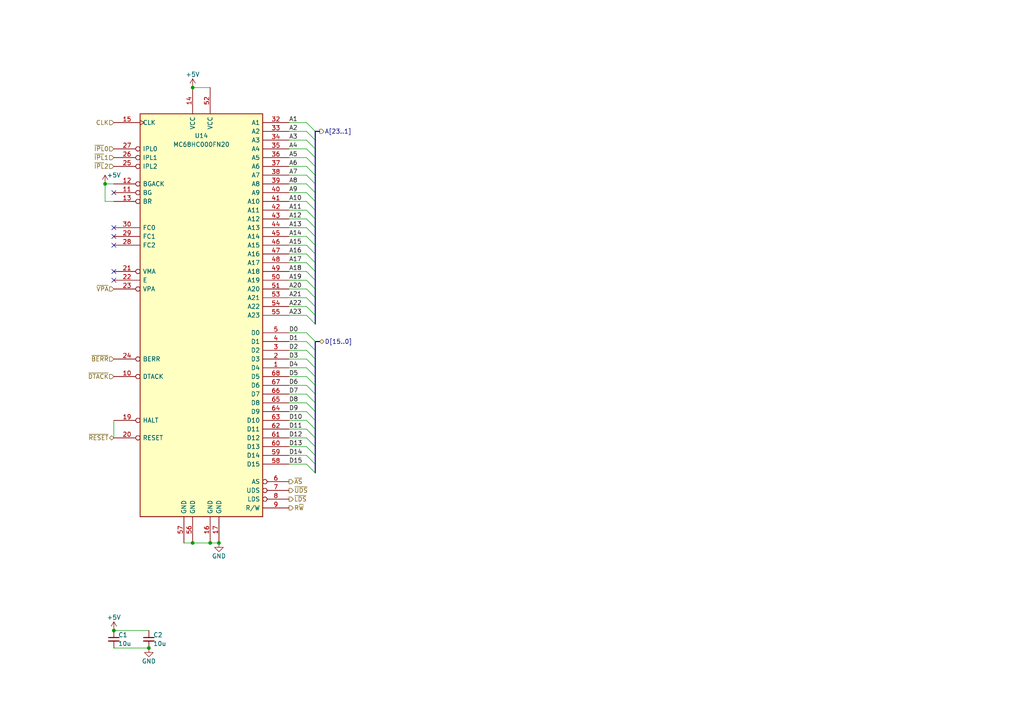
<source format=kicad_sch>
(kicad_sch (version 20211123) (generator eeschema)
  (paper "A4")
  (lib_symbols
    (symbol "CPU_NXP_68000:MC68000FN" (pin_names (offset 0.762))
      (property "Reference" "U" (at -16.51 59.69 0))
      (property "Value" "MC68000FN" (at 12.7 -59.69 0))
      (symbol "MC68000FN_0_1"
        (rectangle (start -17.78 58.42) (end 17.78 -58.42) (stroke (width 0.254)) (fill (type background)))
      )
      (symbol "MC68000FN_1_1"
        (pin bidirectional line (at 25.4 -15.24 180) (length 7.62) (name "D4") (number "1"))
        (pin input inverted (at -25.4 -17.78 0) (length 7.62) (name "DTACK") (number "10"))
        (pin output inverted (at -25.4 35.56 0) (length 7.62) (name "BG") (number "11"))
        (pin input inverted (at -25.4 38.1 0) (length 7.62) (name "BGACK") (number "12"))
        (pin input inverted (at -25.4 33.02 0) (length 7.62) (name "BR") (number "13"))
        (pin power_in line (at -2.54 66.04 270) (length 7.62) (name "VCC") (number "14"))
        (pin input clock (at -25.4 55.88 0) (length 7.62) (name "CLK") (number "15"))
        (pin power_in line (at 2.54 -66.04 90) (length 7.62) (name "GND") (number "16"))
        (pin power_in line (at 5.08 -66.04 90) (length 7.62) (name "GND") (number "17"))
        (pin no_connect line (at -17.78 -45.72 0) (length 0) hide (name "NC") (number "18"))
        (pin bidirectional inverted (at -25.4 -30.48 0) (length 7.62) (name "HALT") (number "19"))
        (pin bidirectional line (at 25.4 -12.7 180) (length 7.62) (name "D3") (number "2"))
        (pin input inverted (at -25.4 -35.56 0) (length 7.62) (name "RESET") (number "20"))
        (pin output inverted (at -25.4 12.7 0) (length 7.62) (name "VMA") (number "21"))
        (pin output line (at -25.4 10.16 0) (length 7.62) (name "E") (number "22"))
        (pin input inverted (at -25.4 7.62 0) (length 7.62) (name "VPA") (number "23"))
        (pin input inverted (at -25.4 -12.7 0) (length 7.62) (name "BERR") (number "24"))
        (pin input inverted (at -25.4 43.18 0) (length 7.62) (name "IPL2") (number "25"))
        (pin input inverted (at -25.4 45.72 0) (length 7.62) (name "IPL1") (number "26"))
        (pin input inverted (at -25.4 48.26 0) (length 7.62) (name "IPL0") (number "27"))
        (pin output line (at -25.4 20.32 0) (length 7.62) (name "FC2") (number "28"))
        (pin output line (at -25.4 22.86 0) (length 7.62) (name "FC1") (number "29"))
        (pin bidirectional line (at 25.4 -10.16 180) (length 7.62) (name "D2") (number "3"))
        (pin output line (at -25.4 25.4 0) (length 7.62) (name "FC0") (number "30"))
        (pin no_connect line (at -17.78 -48.26 0) (length 0) hide (name "NC") (number "31"))
        (pin output line (at 25.4 55.88 180) (length 7.62) (name "A1") (number "32"))
        (pin output line (at 25.4 53.34 180) (length 7.62) (name "A2") (number "33"))
        (pin output line (at 25.4 50.8 180) (length 7.62) (name "A3") (number "34"))
        (pin output line (at 25.4 48.26 180) (length 7.62) (name "A4") (number "35"))
        (pin output line (at 25.4 45.72 180) (length 7.62) (name "A5") (number "36"))
        (pin output line (at 25.4 43.18 180) (length 7.62) (name "A6") (number "37"))
        (pin output line (at 25.4 40.64 180) (length 7.62) (name "A7") (number "38"))
        (pin output line (at 25.4 38.1 180) (length 7.62) (name "A8") (number "39"))
        (pin bidirectional line (at 25.4 -7.62 180) (length 7.62) (name "D1") (number "4"))
        (pin output line (at 25.4 35.56 180) (length 7.62) (name "A9") (number "40"))
        (pin output line (at 25.4 33.02 180) (length 7.62) (name "A10") (number "41"))
        (pin output line (at 25.4 30.48 180) (length 7.62) (name "A11") (number "42"))
        (pin output line (at 25.4 27.94 180) (length 7.62) (name "A12") (number "43"))
        (pin output line (at 25.4 25.4 180) (length 7.62) (name "A13") (number "44"))
        (pin output line (at 25.4 22.86 180) (length 7.62) (name "A14") (number "45"))
        (pin output line (at 25.4 20.32 180) (length 7.62) (name "A15") (number "46"))
        (pin output line (at 25.4 17.78 180) (length 7.62) (name "A16") (number "47"))
        (pin output line (at 25.4 15.24 180) (length 7.62) (name "A17") (number "48"))
        (pin output line (at 25.4 12.7 180) (length 7.62) (name "A18") (number "49"))
        (pin bidirectional line (at 25.4 -5.08 180) (length 7.62) (name "D0") (number "5"))
        (pin output line (at 25.4 10.16 180) (length 7.62) (name "A19") (number "50"))
        (pin output line (at 25.4 7.62 180) (length 7.62) (name "A20") (number "51"))
        (pin power_in line (at 2.54 66.04 270) (length 7.62) (name "VCC") (number "52"))
        (pin output line (at 25.4 5.08 180) (length 7.62) (name "A21") (number "53"))
        (pin output line (at 25.4 2.54 180) (length 7.62) (name "A22") (number "54"))
        (pin output line (at 25.4 0 180) (length 7.62) (name "A23") (number "55"))
        (pin power_in line (at -2.54 -66.04 90) (length 7.62) (name "GND") (number "56"))
        (pin power_in line (at -5.08 -66.04 90) (length 7.62) (name "GND") (number "57"))
        (pin bidirectional line (at 25.4 -43.18 180) (length 7.62) (name "D15") (number "58"))
        (pin bidirectional line (at 25.4 -40.64 180) (length 7.62) (name "D14") (number "59"))
        (pin output inverted (at 25.4 -48.26 180) (length 7.62) (name "AS") (number "6"))
        (pin bidirectional line (at 25.4 -38.1 180) (length 7.62) (name "D13") (number "60"))
        (pin bidirectional line (at 25.4 -35.56 180) (length 7.62) (name "D12") (number "61"))
        (pin bidirectional line (at 25.4 -33.02 180) (length 7.62) (name "D11") (number "62"))
        (pin bidirectional line (at 25.4 -30.48 180) (length 7.62) (name "D10") (number "63"))
        (pin bidirectional line (at 25.4 -27.94 180) (length 7.62) (name "D9") (number "64"))
        (pin bidirectional line (at 25.4 -25.4 180) (length 7.62) (name "D8") (number "65"))
        (pin bidirectional line (at 25.4 -22.86 180) (length 7.62) (name "D7") (number "66"))
        (pin bidirectional line (at 25.4 -20.32 180) (length 7.62) (name "D6") (number "67"))
        (pin bidirectional line (at 25.4 -17.78 180) (length 7.62) (name "D5") (number "68"))
        (pin output inverted (at 25.4 -50.8 180) (length 7.62) (name "UDS") (number "7"))
        (pin output inverted (at 25.4 -53.34 180) (length 7.62) (name "LDS") (number "8"))
        (pin output line (at 25.4 -55.88 180) (length 7.62) (name "R/W") (number "9"))
      )
    )
    (symbol "Device:C_Small" (pin_numbers hide) (pin_names (offset 0.254) hide)
      (property "Reference" "C" (at 0.254 1.778 0))
      (property "Value" "C_Small" (at 0.254 -2.032 0))
      (symbol "C_Small_0_1"
        (polyline (pts (xy -1.524 -0.508) (xy 1.524 -0.508)) (stroke (width 0.3302)))
        (polyline (pts (xy -1.524 0.508) (xy 1.524 0.508)) (stroke (width 0.3048)))
      )
      (symbol "C_Small_1_1"
        (pin passive line (at 0 2.54 270) (length 2.032) (name "~") (number "1"))
        (pin passive line (at 0 -2.54 90) (length 2.032) (name "~") (number "2"))
      )
    )
    (symbol "power:+5V" (power) (pin_names (offset 0))
      (property "Value" "+5V" (at 0 3.556 0))
      (symbol "+5V_0_1"
        (polyline (pts (xy -0.762 1.27) (xy 0 2.54)))
        (polyline (pts (xy 0 0) (xy 0 2.54)))
        (polyline (pts (xy 0 2.54) (xy 0.762 1.27)))
      )
      (symbol "+5V_1_1"
        (pin power_in line (at 0 0 90) (length 0) hide (name "+5V") (number "1"))
      )
    )
    (symbol "power:GND" (power) (pin_names (offset 0))
      (property "Value" "GND" (at 0 -3.81 0))
      (symbol "GND_0_1"
        (polyline (pts (xy 0 0) (xy 0 -1.27) (xy 1.27 -1.27) (xy 0 -2.54) (xy -1.27 -1.27) (xy 0 -1.27)))
      )
      (symbol "GND_1_1"
        (pin power_in line (at 0 0 270) (length 0) hide (name "GND") (number "1"))
      )
    )
  )
  (junction (at 43.18 187.96))
  (junction (at 30.48 53.34))
  (junction (at 60.96 157.48))
  (junction (at 33.02 182.88))
  (junction (at 55.88 25.4))
  (junction (at 55.88 157.48))
  (junction (at 63.5 157.48))
  (no_connect (at 33.02 81.28))
  (no_connect (at 33.02 71.12))
  (no_connect (at 33.02 66.04))
  (no_connect (at 33.02 78.74))
  (no_connect (at 33.02 55.88))
  (no_connect (at 33.02 68.58))
  (bus_entry (at 88.9 53.34) (size 2.54 2.54))
  (bus_entry (at 88.9 132.08) (size 2.54 2.54))
  (bus_entry (at 88.9 83.82) (size 2.54 2.54))
  (bus_entry (at 88.9 124.46) (size 2.54 2.54))
  (bus_entry (at 88.9 60.96) (size 2.54 2.54))
  (bus_entry (at 88.9 45.72) (size 2.54 2.54))
  (bus_entry (at 88.9 40.64) (size 2.54 2.54))
  (bus_entry (at 88.9 43.18) (size 2.54 2.54))
  (bus_entry (at 88.9 55.88) (size 2.54 2.54))
  (bus_entry (at 88.9 50.8) (size 2.54 2.54))
  (bus_entry (at 88.9 129.54) (size 2.54 2.54))
  (bus_entry (at 88.9 76.2) (size 2.54 2.54))
  (bus_entry (at 88.9 71.12) (size 2.54 2.54))
  (bus_entry (at 88.9 58.42) (size 2.54 2.54))
  (bus_entry (at 88.9 96.52) (size 2.54 2.54))
  (bus_entry (at 88.9 121.92) (size 2.54 2.54))
  (bus_entry (at 88.9 111.76) (size 2.54 2.54))
  (bus_entry (at 88.9 116.84) (size 2.54 2.54))
  (bus_entry (at 88.9 104.14) (size 2.54 2.54))
  (bus_entry (at 88.9 101.6) (size 2.54 2.54))
  (bus_entry (at 88.9 35.56) (size 2.54 2.54))
  (bus_entry (at 88.9 119.38) (size 2.54 2.54))
  (bus_entry (at 88.9 73.66) (size 2.54 2.54))
  (bus_entry (at 88.9 38.1) (size 2.54 2.54))
  (bus_entry (at 88.9 127) (size 2.54 2.54))
  (bus_entry (at 88.9 91.44) (size 2.54 2.54))
  (bus_entry (at 88.9 48.26) (size 2.54 2.54))
  (bus_entry (at 88.9 88.9) (size 2.54 2.54))
  (bus_entry (at 88.9 86.36) (size 2.54 2.54))
  (bus_entry (at 88.9 99.06) (size 2.54 2.54))
  (bus_entry (at 88.9 109.22) (size 2.54 2.54))
  (bus_entry (at 88.9 78.74) (size 2.54 2.54))
  (bus_entry (at 88.9 114.3) (size 2.54 2.54))
  (bus_entry (at 88.9 106.68) (size 2.54 2.54))
  (bus_entry (at 88.9 68.58) (size 2.54 2.54))
  (bus_entry (at 88.9 81.28) (size 2.54 2.54))
  (bus_entry (at 88.9 134.62) (size 2.54 2.54))
  (bus_entry (at 88.9 63.5) (size 2.54 2.54))
  (bus_entry (at 88.9 66.04) (size 2.54 2.54))
  (bus (pts (xy 91.44 127) (xy 91.44 129.54)))
  (wire (pts (xy 83.82 58.42) (xy 88.9 58.42)))
  (wire (pts (xy 83.82 101.6) (xy 88.9 101.6)))
  (bus (pts (xy 91.44 45.72) (xy 91.44 48.26)))
  (bus (pts (xy 91.44 58.42) (xy 91.44 60.96)))
  (wire (pts (xy 83.82 119.38) (xy 88.9 119.38)))
  (wire (pts (xy 83.82 116.84) (xy 88.9 116.84)))
  (bus (pts (xy 92.71 99.06) (xy 91.44 99.06)))
  (bus (pts (xy 91.44 38.1) (xy 91.44 40.64)))
  (wire (pts (xy 83.82 48.26) (xy 88.9 48.26)))
  (bus (pts (xy 91.44 86.36) (xy 91.44 88.9)))
  (bus (pts (xy 91.44 78.74) (xy 91.44 81.28)))
  (bus (pts (xy 91.44 121.92) (xy 91.44 124.46)))
  (wire (pts (xy 83.82 81.28) (xy 88.9 81.28)))
  (wire (pts (xy 83.82 73.66) (xy 88.9 73.66)))
  (bus (pts (xy 91.44 88.9) (xy 91.44 91.44)))
  (bus (pts (xy 92.71 38.1) (xy 91.44 38.1)))
  (wire (pts (xy 83.82 106.68) (xy 88.9 106.68)))
  (bus (pts (xy 91.44 53.34) (xy 91.44 55.88)))
  (wire (pts (xy 83.82 129.54) (xy 88.9 129.54)))
  (wire (pts (xy 63.5 157.48) (xy 60.96 157.48)))
  (bus (pts (xy 91.44 68.58) (xy 91.44 71.12)))
  (bus (pts (xy 91.44 119.38) (xy 91.44 121.92)))
  (wire (pts (xy 33.02 58.42) (xy 30.48 58.42)))
  (bus (pts (xy 91.44 129.54) (xy 91.44 132.08)))
  (bus (pts (xy 91.44 124.46) (xy 91.44 127)))
  (bus (pts (xy 91.44 111.76) (xy 91.44 114.3)))
  (bus (pts (xy 91.44 114.3) (xy 91.44 116.84)))
  (wire (pts (xy 83.82 38.1) (xy 88.9 38.1)))
  (wire (pts (xy 83.82 88.9) (xy 88.9 88.9)))
  (wire (pts (xy 83.82 121.92) (xy 88.9 121.92)))
  (wire (pts (xy 55.88 157.48) (xy 53.34 157.48)))
  (wire (pts (xy 83.82 63.5) (xy 88.9 63.5)))
  (bus (pts (xy 91.44 43.18) (xy 91.44 45.72)))
  (bus (pts (xy 91.44 76.2) (xy 91.44 78.74)))
  (bus (pts (xy 91.44 104.14) (xy 91.44 106.68)))
  (wire (pts (xy 83.82 111.76) (xy 88.9 111.76)))
  (bus (pts (xy 91.44 50.8) (xy 91.44 53.34)))
  (bus (pts (xy 91.44 40.64) (xy 91.44 43.18)))
  (bus (pts (xy 91.44 106.68) (xy 91.44 109.22)))
  (bus (pts (xy 91.44 63.5) (xy 91.44 66.04)))
  (bus (pts (xy 91.44 55.88) (xy 91.44 58.42)))
  (wire (pts (xy 83.82 66.04) (xy 88.9 66.04)))
  (bus (pts (xy 91.44 91.44) (xy 91.44 93.98)))
  (wire (pts (xy 83.82 68.58) (xy 88.9 68.58)))
  (bus (pts (xy 91.44 83.82) (xy 91.44 86.36)))
  (wire (pts (xy 83.82 86.36) (xy 88.9 86.36)))
  (bus (pts (xy 91.44 99.06) (xy 91.44 101.6)))
  (wire (pts (xy 83.82 104.14) (xy 88.9 104.14)))
  (wire (pts (xy 83.82 76.2) (xy 88.9 76.2)))
  (wire (pts (xy 83.82 60.96) (xy 88.9 60.96)))
  (bus (pts (xy 91.44 134.62) (xy 91.44 137.16)))
  (wire (pts (xy 83.82 53.34) (xy 88.9 53.34)))
  (wire (pts (xy 83.82 127) (xy 88.9 127)))
  (bus (pts (xy 91.44 60.96) (xy 91.44 63.5)))
  (wire (pts (xy 83.82 43.18) (xy 88.9 43.18)))
  (wire (pts (xy 60.96 157.48) (xy 55.88 157.48)))
  (wire (pts (xy 83.82 134.62) (xy 88.9 134.62)))
  (wire (pts (xy 83.82 50.8) (xy 88.9 50.8)))
  (bus (pts (xy 91.44 132.08) (xy 91.44 134.62)))
  (wire (pts (xy 83.82 78.74) (xy 88.9 78.74)))
  (wire (pts (xy 83.82 83.82) (xy 88.9 83.82)))
  (bus (pts (xy 91.44 71.12) (xy 91.44 73.66)))
  (wire (pts (xy 33.02 182.88) (xy 43.18 182.88)))
  (bus (pts (xy 91.44 116.84) (xy 91.44 119.38)))
  (bus (pts (xy 91.44 109.22) (xy 91.44 111.76)))
  (bus (pts (xy 91.44 66.04) (xy 91.44 68.58)))
  (wire (pts (xy 83.82 40.64) (xy 88.9 40.64)))
  (bus (pts (xy 91.44 81.28) (xy 91.44 83.82)))
  (wire (pts (xy 30.48 58.42) (xy 30.48 53.34)))
  (wire (pts (xy 33.02 121.92) (xy 33.02 127)))
  (wire (pts (xy 83.82 132.08) (xy 88.9 132.08)))
  (bus (pts (xy 91.44 73.66) (xy 91.44 76.2)))
  (bus (pts (xy 91.44 101.6) (xy 91.44 104.14)))
  (wire (pts (xy 83.82 99.06) (xy 88.9 99.06)))
  (wire (pts (xy 55.88 25.4) (xy 60.96 25.4)))
  (wire (pts (xy 33.02 187.96) (xy 43.18 187.96)))
  (wire (pts (xy 83.82 109.22) (xy 88.9 109.22)))
  (wire (pts (xy 30.48 53.34) (xy 33.02 53.34)))
  (bus (pts (xy 91.44 48.26) (xy 91.44 50.8)))
  (wire (pts (xy 83.82 45.72) (xy 88.9 45.72)))
  (wire (pts (xy 83.82 124.46) (xy 88.9 124.46)))
  (wire (pts (xy 83.82 91.44) (xy 88.9 91.44)))
  (wire (pts (xy 83.82 35.56) (xy 88.9 35.56)))
  (wire (pts (xy 83.82 71.12) (xy 88.9 71.12)))
  (wire (pts (xy 83.82 55.88) (xy 88.9 55.88)))
  (wire (pts (xy 83.82 96.52) (xy 88.9 96.52)))
  (wire (pts (xy 83.82 114.3) (xy 88.9 114.3)))
  (label "D12" (at 83.82 127 0))
  (label "A18" (at 83.82 78.74 0))
  (label "D4" (at 83.82 106.68 0))
  (label "D14" (at 83.82 132.08 0))
  (label "A10" (at 83.82 58.42 0))
  (label "A9" (at 83.82 55.88 0))
  (label "D13" (at 83.82 129.54 0))
  (label "A2" (at 83.82 38.1 0))
  (label "D8" (at 83.82 116.84 0))
  (label "D2" (at 83.82 101.6 0))
  (label "A7" (at 83.82 50.8 0))
  (label "A1" (at 83.82 35.56 0))
  (label "D1" (at 83.82 99.06 0))
  (label "D15" (at 83.82 134.62 0))
  (label "A14" (at 83.82 68.58 0))
  (label "A23" (at 83.82 91.44 0))
  (label "A21" (at 83.82 86.36 0))
  (label "D10" (at 83.82 121.92 0))
  (label "A19" (at 83.82 81.28 0))
  (label "D9" (at 83.82 119.38 0))
  (label "A5" (at 83.82 45.72 0))
  (label "A13" (at 83.82 66.04 0))
  (label "A16" (at 83.82 73.66 0))
  (label "A15" (at 83.82 71.12 0))
  (label "A4" (at 83.82 43.18 0))
  (label "D5" (at 83.82 109.22 0))
  (label "A6" (at 83.82 48.26 0))
  (label "D6" (at 83.82 111.76 0))
  (label "D3" (at 83.82 104.14 0))
  (label "A3" (at 83.82 40.64 0))
  (label "D11" (at 83.82 124.46 0))
  (label "A22" (at 83.82 88.9 0))
  (label "A20" (at 83.82 83.82 0))
  (label "A11" (at 83.82 60.96 0))
  (label "A17" (at 83.82 76.2 0))
  (label "D7" (at 83.82 114.3 0))
  (label "A12" (at 83.82 63.5 0))
  (label "D0" (at 83.82 96.52 0))
  (label "A8" (at 83.82 53.34 0))
  (hierarchical_label "~{IPL}2" (shape input) (at 33.02 48.26 180))
  (hierarchical_label "~{BERR}" (shape input) (at 33.02 104.14 180))
  (hierarchical_label "A[23..1]" (shape output) (at 92.71 38.1 0))
  (hierarchical_label "~{LDS}" (shape output) (at 83.82 144.78 0))
  (hierarchical_label "R~{W}" (shape output) (at 83.82 147.32 0))
  (hierarchical_label "~{VPA}" (shape input) (at 33.02 83.82 180))
  (hierarchical_label "~{UDS}" (shape output) (at 83.82 142.24 0))
  (hierarchical_label "~{DTACK}" (shape input) (at 33.02 109.22 180))
  (hierarchical_label "~{IPL}1" (shape input) (at 33.02 45.72 180))
  (hierarchical_label "~{AS}" (shape output) (at 83.82 139.7 0))
  (hierarchical_label "~{RESET}" (shape bidirectional) (at 33.02 127 180))
  (hierarchical_label "D[15..0]" (shape bidirectional) (at 92.71 99.06 0))
  (hierarchical_label "CLK" (shape input) (at 33.02 35.56 180))
  (hierarchical_label "~{IPL}0" (shape input) (at 33.02 43.18 180))
  (symbol (lib_id "power:+5V") (at 30.48 53.34 0) (unit 1)
    (property "Reference" "#PWR0101" (effects hide))
    (property "Value" "+5V" (at 33.02 50.8 0))
  )
  (symbol (lib_id "power:+5V") (at 55.88 25.4 0) (unit 1)
    (property "Reference" "#PWR0102" (effects hide))
    (property "Value" "+5V" (at 55.88 21.59 0))
  )
  (symbol (lib_id "power:GND") (at 63.5 157.48 0) (unit 1)
    (property "Reference" "#PWR0103" (effects hide))
    (property "Value" "GND" (at 63.5 161.29 0))
  )
  (symbol (lib_id "power:+5V") (at 33.02 182.88 0) (unit 1)
    (property "Reference" "#PWR0104" (effects hide))
    (property "Value" "+5V" (at 33.02 179.07 0))
  )
  (symbol (lib_id "Device:C_Small") (at 43.18 185.42 0) (unit 1)
    (property "Reference" "C2" (at 44.45 184.15 0) (effects (justify left)))
    (property "Value" "10u" (at 44.45 186.69 0) (effects (justify left)))
    (property "Footprint" "stdpads:C_0805" (effects hide))
    (property "LCSC Part" "C15850" (effects hide))
  )
  (symbol (lib_id "Device:C_Small") (at 33.02 185.42 0) (unit 1)
    (property "Reference" "C1" (at 34.29 184.15 0) (effects (justify left)))
    (property "Value" "10u" (at 34.29 186.69 0) (effects (justify left)))
    (property "Footprint" "stdpads:C_0805" (effects hide))
    (property "LCSC Part" "C15850" (effects hide))
  )
  (symbol (lib_id "CPU_NXP_68000:MC68000FN") (at 58.42 91.44 0) (unit 1)
    (property "Reference" "U14" (at 58.42 39.37 0))
    (property "Value" "MC68HC000FN20" (at 58.42 41.91 0))
    (property "Footprint" "stdpads:PLCC-68" (effects hide))
    (property "Datasheet" "http://www.nxp.com/files/32bit/doc/ref_manual/MC68000UM.pdf" (effects hide))
  )
  (symbol (lib_id "power:GND") (at 43.18 187.96 0) (unit 1)
    (property "Reference" "#PWR0126" (effects hide))
    (property "Value" "GND" (at 43.18 191.77 0))
  )
)
</source>
